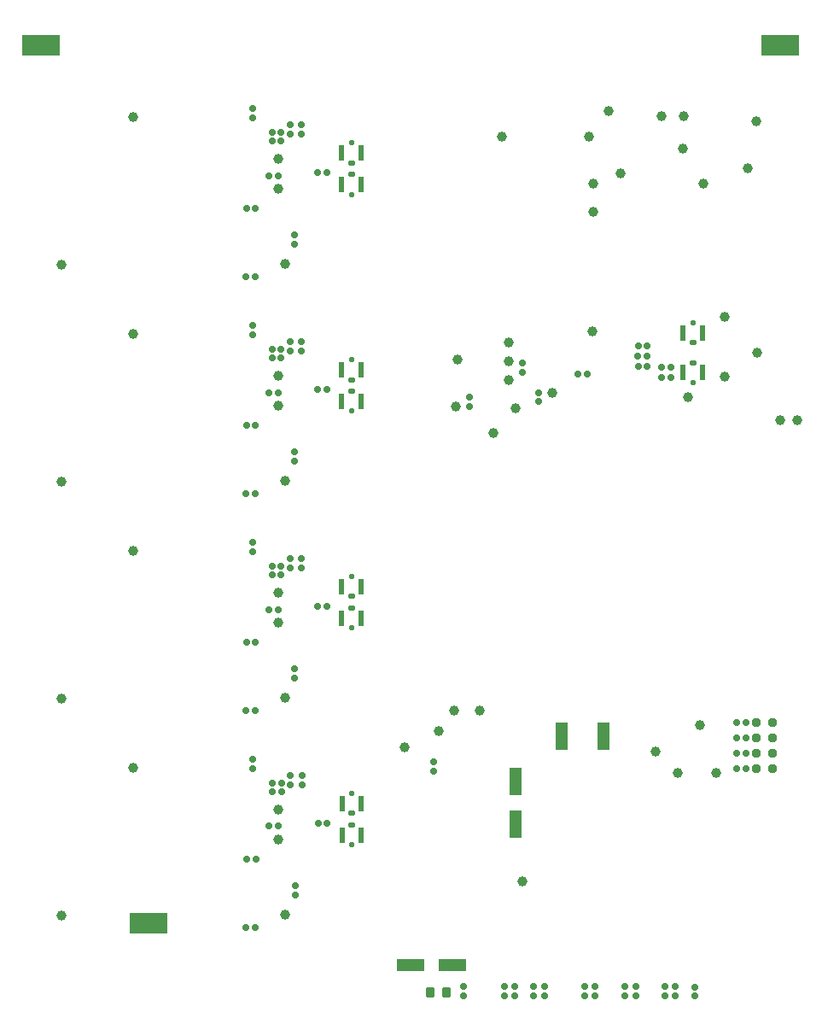
<source format=gbp>
G04*
G04 #@! TF.GenerationSoftware,Altium Limited,Altium Designer,21.0.9 (235)*
G04*
G04 Layer_Color=128*
%FSLAX25Y25*%
%MOIN*%
G70*
G04*
G04 #@! TF.SameCoordinates,6D45A94B-17CC-4D83-881B-F394DC7C88B3*
G04*
G04*
G04 #@! TF.FilePolarity,Positive*
G04*
G01*
G75*
G04:AMPARAMS|DCode=24|XSize=23.62mil|YSize=23.62mil|CornerRadius=5.91mil|HoleSize=0mil|Usage=FLASHONLY|Rotation=180.000|XOffset=0mil|YOffset=0mil|HoleType=Round|Shape=RoundedRectangle|*
%AMROUNDEDRECTD24*
21,1,0.02362,0.01181,0,0,180.0*
21,1,0.01181,0.02362,0,0,180.0*
1,1,0.01181,-0.00591,0.00591*
1,1,0.01181,0.00591,0.00591*
1,1,0.01181,0.00591,-0.00591*
1,1,0.01181,-0.00591,-0.00591*
%
%ADD24ROUNDEDRECTD24*%
G04:AMPARAMS|DCode=25|XSize=23.62mil|YSize=23.62mil|CornerRadius=5.91mil|HoleSize=0mil|Usage=FLASHONLY|Rotation=90.000|XOffset=0mil|YOffset=0mil|HoleType=Round|Shape=RoundedRectangle|*
%AMROUNDEDRECTD25*
21,1,0.02362,0.01181,0,0,90.0*
21,1,0.01181,0.02362,0,0,90.0*
1,1,0.01181,0.00591,0.00591*
1,1,0.01181,0.00591,-0.00591*
1,1,0.01181,-0.00591,-0.00591*
1,1,0.01181,-0.00591,0.00591*
%
%ADD25ROUNDEDRECTD25*%
G04:AMPARAMS|DCode=26|XSize=25.2mil|YSize=25.2mil|CornerRadius=6.3mil|HoleSize=0mil|Usage=FLASHONLY|Rotation=0.000|XOffset=0mil|YOffset=0mil|HoleType=Round|Shape=RoundedRectangle|*
%AMROUNDEDRECTD26*
21,1,0.02520,0.01260,0,0,0.0*
21,1,0.01260,0.02520,0,0,0.0*
1,1,0.01260,0.00630,-0.00630*
1,1,0.01260,-0.00630,-0.00630*
1,1,0.01260,-0.00630,0.00630*
1,1,0.01260,0.00630,0.00630*
%
%ADD26ROUNDEDRECTD26*%
G04:AMPARAMS|DCode=29|XSize=39.37mil|YSize=35.43mil|CornerRadius=8.86mil|HoleSize=0mil|Usage=FLASHONLY|Rotation=90.000|XOffset=0mil|YOffset=0mil|HoleType=Round|Shape=RoundedRectangle|*
%AMROUNDEDRECTD29*
21,1,0.03937,0.01772,0,0,90.0*
21,1,0.02165,0.03543,0,0,90.0*
1,1,0.01772,0.00886,0.01083*
1,1,0.01772,0.00886,-0.01083*
1,1,0.01772,-0.00886,-0.01083*
1,1,0.01772,-0.00886,0.01083*
%
%ADD29ROUNDEDRECTD29*%
G04:AMPARAMS|DCode=38|XSize=25.2mil|YSize=25.2mil|CornerRadius=6.3mil|HoleSize=0mil|Usage=FLASHONLY|Rotation=90.000|XOffset=0mil|YOffset=0mil|HoleType=Round|Shape=RoundedRectangle|*
%AMROUNDEDRECTD38*
21,1,0.02520,0.01260,0,0,90.0*
21,1,0.01260,0.02520,0,0,90.0*
1,1,0.01260,0.00630,0.00630*
1,1,0.01260,0.00630,-0.00630*
1,1,0.01260,-0.00630,-0.00630*
1,1,0.01260,-0.00630,0.00630*
%
%ADD38ROUNDEDRECTD38*%
%ADD143C,0.03937*%
G04:AMPARAMS|DCode=144|XSize=108.27mil|YSize=47.24mil|CornerRadius=2.36mil|HoleSize=0mil|Usage=FLASHONLY|Rotation=270.000|XOffset=0mil|YOffset=0mil|HoleType=Round|Shape=RoundedRectangle|*
%AMROUNDEDRECTD144*
21,1,0.10827,0.04252,0,0,270.0*
21,1,0.10354,0.04724,0,0,270.0*
1,1,0.00472,-0.02126,-0.05177*
1,1,0.00472,-0.02126,0.05177*
1,1,0.00472,0.02126,0.05177*
1,1,0.00472,0.02126,-0.05177*
%
%ADD144ROUNDEDRECTD144*%
G04:AMPARAMS|DCode=145|XSize=108.27mil|YSize=47.24mil|CornerRadius=2.36mil|HoleSize=0mil|Usage=FLASHONLY|Rotation=180.000|XOffset=0mil|YOffset=0mil|HoleType=Round|Shape=RoundedRectangle|*
%AMROUNDEDRECTD145*
21,1,0.10827,0.04252,0,0,180.0*
21,1,0.10354,0.04724,0,0,180.0*
1,1,0.00472,-0.05177,0.02126*
1,1,0.00472,0.05177,0.02126*
1,1,0.00472,0.05177,-0.02126*
1,1,0.00472,-0.05177,-0.02126*
%
%ADD145ROUNDEDRECTD145*%
G04:AMPARAMS|DCode=146|XSize=149.61mil|YSize=79.92mil|CornerRadius=4mil|HoleSize=0mil|Usage=FLASHONLY|Rotation=180.000|XOffset=0mil|YOffset=0mil|HoleType=Round|Shape=RoundedRectangle|*
%AMROUNDEDRECTD146*
21,1,0.14961,0.07193,0,0,180.0*
21,1,0.14161,0.07992,0,0,180.0*
1,1,0.00799,-0.07081,0.03597*
1,1,0.00799,0.07081,0.03597*
1,1,0.00799,0.07081,-0.03597*
1,1,0.00799,-0.07081,-0.03597*
%
%ADD146ROUNDEDRECTD146*%
G04:AMPARAMS|DCode=147|XSize=31.5mil|YSize=31.5mil|CornerRadius=7.87mil|HoleSize=0mil|Usage=FLASHONLY|Rotation=180.000|XOffset=0mil|YOffset=0mil|HoleType=Round|Shape=RoundedRectangle|*
%AMROUNDEDRECTD147*
21,1,0.03150,0.01575,0,0,180.0*
21,1,0.01575,0.03150,0,0,180.0*
1,1,0.01575,-0.00787,0.00787*
1,1,0.01575,0.00787,0.00787*
1,1,0.01575,0.00787,-0.00787*
1,1,0.01575,-0.00787,-0.00787*
%
%ADD147ROUNDEDRECTD147*%
G04:AMPARAMS|DCode=148|XSize=23.62mil|YSize=21.65mil|CornerRadius=5.41mil|HoleSize=0mil|Usage=FLASHONLY|Rotation=0.000|XOffset=0mil|YOffset=0mil|HoleType=Round|Shape=RoundedRectangle|*
%AMROUNDEDRECTD148*
21,1,0.02362,0.01083,0,0,0.0*
21,1,0.01280,0.02165,0,0,0.0*
1,1,0.01083,0.00640,-0.00541*
1,1,0.01083,-0.00640,-0.00541*
1,1,0.01083,-0.00640,0.00541*
1,1,0.01083,0.00640,0.00541*
%
%ADD148ROUNDEDRECTD148*%
G04:AMPARAMS|DCode=149|XSize=22.84mil|YSize=62.21mil|CornerRadius=5.71mil|HoleSize=0mil|Usage=FLASHONLY|Rotation=0.000|XOffset=0mil|YOffset=0mil|HoleType=Round|Shape=RoundedRectangle|*
%AMROUNDEDRECTD149*
21,1,0.02284,0.05079,0,0,0.0*
21,1,0.01142,0.06221,0,0,0.0*
1,1,0.01142,0.00571,-0.02539*
1,1,0.01142,-0.00571,-0.02539*
1,1,0.01142,-0.00571,0.02539*
1,1,0.01142,0.00571,0.02539*
%
%ADD149ROUNDEDRECTD149*%
G04:AMPARAMS|DCode=150|XSize=19.68mil|YSize=19.68mil|CornerRadius=4.92mil|HoleSize=0mil|Usage=FLASHONLY|Rotation=0.000|XOffset=0mil|YOffset=0mil|HoleType=Round|Shape=RoundedRectangle|*
%AMROUNDEDRECTD150*
21,1,0.01968,0.00984,0,0,0.0*
21,1,0.00984,0.01968,0,0,0.0*
1,1,0.00984,0.00492,-0.00492*
1,1,0.00984,-0.00492,-0.00492*
1,1,0.00984,-0.00492,0.00492*
1,1,0.00984,0.00492,0.00492*
%
%ADD150ROUNDEDRECTD150*%
D24*
X248425Y270866D02*
D03*
X248425Y267323D02*
D03*
X221260Y268898D02*
D03*
X221260Y265354D02*
D03*
X241929Y282283D02*
D03*
X241929Y278740D02*
D03*
X309252Y35236D02*
D03*
Y38780D02*
D03*
X207480Y123031D02*
D03*
Y126575D02*
D03*
X219094Y38976D02*
D03*
Y35433D02*
D03*
D25*
X329288Y136035D02*
D03*
X325745D02*
D03*
X329288Y130129D02*
D03*
X325745D02*
D03*
X329288Y124223D02*
D03*
X325745D02*
D03*
X329288Y141940D02*
D03*
X325745D02*
D03*
X147736Y199611D02*
D03*
X144193D02*
D03*
X147736Y203154D02*
D03*
X144193D02*
D03*
X143012Y186225D02*
D03*
X146555D02*
D03*
X147736Y368898D02*
D03*
X144193D02*
D03*
X147736Y372441D02*
D03*
X144193D02*
D03*
X143012Y355512D02*
D03*
X146555D02*
D03*
X144291Y114961D02*
D03*
X147835D02*
D03*
X146653Y101575D02*
D03*
X143110D02*
D03*
X146555Y270866D02*
D03*
X143012D02*
D03*
X144291Y118504D02*
D03*
X147835D02*
D03*
X144193Y287795D02*
D03*
X147736D02*
D03*
X144193Y284252D02*
D03*
X147736D02*
D03*
D26*
X155807Y202524D02*
D03*
Y206146D02*
D03*
X151280Y202524D02*
D03*
Y206146D02*
D03*
X153101Y159493D02*
D03*
Y163115D02*
D03*
X136516Y212446D02*
D03*
Y208823D02*
D03*
X155807Y371811D02*
D03*
Y375433D02*
D03*
X151280Y371811D02*
D03*
Y375433D02*
D03*
X153101Y332402D02*
D03*
Y328780D02*
D03*
X136516Y381732D02*
D03*
Y378110D02*
D03*
X136614Y124173D02*
D03*
Y127795D02*
D03*
X155905Y117874D02*
D03*
Y121496D02*
D03*
X151378Y117874D02*
D03*
Y121496D02*
D03*
X234842Y35394D02*
D03*
Y39016D02*
D03*
X238976Y35394D02*
D03*
Y39016D02*
D03*
X250787Y35394D02*
D03*
Y39016D02*
D03*
X246457Y35394D02*
D03*
Y39016D02*
D03*
X297638Y35394D02*
D03*
X297638Y39016D02*
D03*
X282087Y35394D02*
D03*
Y39016D02*
D03*
X266339Y35394D02*
D03*
Y39016D02*
D03*
X301772Y35394D02*
D03*
X301772Y39016D02*
D03*
X286221Y35394D02*
D03*
Y39016D02*
D03*
X270472Y35394D02*
D03*
Y39016D02*
D03*
X153101Y244134D02*
D03*
Y247756D02*
D03*
X155807Y290787D02*
D03*
Y287165D02*
D03*
X136516Y293465D02*
D03*
Y297087D02*
D03*
X151280Y290787D02*
D03*
Y287165D02*
D03*
X153200Y78465D02*
D03*
Y74843D02*
D03*
D29*
X212402Y36614D02*
D03*
X206102D02*
D03*
D38*
X287165Y289173D02*
D03*
X290787Y289173D02*
D03*
X287139Y285082D02*
D03*
X290761D02*
D03*
X287194Y281102D02*
D03*
X290816D02*
D03*
X300068Y280709D02*
D03*
X296446D02*
D03*
X300068Y276772D02*
D03*
X296446D02*
D03*
X267390Y277953D02*
D03*
X263769D02*
D03*
X165689Y187406D02*
D03*
X162067D02*
D03*
X133967Y146776D02*
D03*
X137589D02*
D03*
X134164Y173351D02*
D03*
X137786D02*
D03*
X165689Y356693D02*
D03*
X162067D02*
D03*
X133967Y316063D02*
D03*
X137589D02*
D03*
X134164Y342638D02*
D03*
X137786D02*
D03*
X165787Y102756D02*
D03*
X162165D02*
D03*
X162067Y272047D02*
D03*
X165689D02*
D03*
X137786Y257992D02*
D03*
X134164D02*
D03*
X137589Y231417D02*
D03*
X133967D02*
D03*
X137884Y88701D02*
D03*
X134262D02*
D03*
X137688Y62126D02*
D03*
X134066D02*
D03*
D143*
X239370Y264567D02*
D03*
X230512Y255118D02*
D03*
X216142Y265354D02*
D03*
X216535Y283858D02*
D03*
X236614Y290354D02*
D03*
X236636Y282931D02*
D03*
X236706Y275686D02*
D03*
X253543Y270866D02*
D03*
X234055Y370866D02*
D03*
X275787Y380709D02*
D03*
X267913Y370866D02*
D03*
X269688Y341555D02*
D03*
Y352381D02*
D03*
X280315Y356496D02*
D03*
X296457Y378740D02*
D03*
X304921D02*
D03*
X304724Y365945D02*
D03*
X312598Y352559D02*
D03*
X329921Y358268D02*
D03*
X269291Y294685D02*
D03*
X306693Y269094D02*
D03*
X321098Y300555D02*
D03*
X321063Y277165D02*
D03*
X333661Y286417D02*
D03*
X146555Y362008D02*
D03*
Y350394D02*
D03*
X149164Y320985D02*
D03*
X146555Y277362D02*
D03*
Y265748D02*
D03*
X149164Y236339D02*
D03*
X146555Y192721D02*
D03*
Y181107D02*
D03*
X149164Y151698D02*
D03*
X146653Y108071D02*
D03*
Y96457D02*
D03*
X89912Y378465D02*
D03*
X61959Y320591D02*
D03*
X89912Y293819D02*
D03*
X61959Y235945D02*
D03*
X89912Y209178D02*
D03*
X61959Y151304D02*
D03*
X90010Y124528D02*
D03*
X62058Y66654D02*
D03*
X149262Y67048D02*
D03*
X195866Y132283D02*
D03*
X209449Y138779D02*
D03*
X215354Y146653D02*
D03*
X225197D02*
D03*
X294094Y130709D02*
D03*
X302756Y122441D02*
D03*
X311221Y140945D02*
D03*
X317717Y122244D02*
D03*
X241929Y80118D02*
D03*
X333268Y376575D02*
D03*
X342520Y260039D02*
D03*
X349410D02*
D03*
D144*
X257283Y136811D02*
D03*
X273819D02*
D03*
X239370Y119095D02*
D03*
Y102362D02*
D03*
D145*
X214764Y47441D02*
D03*
X198425D02*
D03*
D146*
X96063Y63779D02*
D03*
X53937Y406299D02*
D03*
X342520D02*
D03*
D147*
X333323Y141940D02*
D03*
X339820D02*
D03*
X333323Y130129D02*
D03*
X339820D02*
D03*
X333323Y124223D02*
D03*
X339820D02*
D03*
X333323Y136035D02*
D03*
X339820D02*
D03*
D148*
X308536Y282480D02*
D03*
Y290354D02*
D03*
X175295Y102067D02*
D03*
X175197Y191245D02*
D03*
Y186717D02*
D03*
Y275886D02*
D03*
Y271358D02*
D03*
Y360531D02*
D03*
Y356004D02*
D03*
X175295Y106595D02*
D03*
D149*
X312315Y278642D02*
D03*
X304756Y278642D02*
D03*
X312315Y294193D02*
D03*
X304756D02*
D03*
X171516Y98228D02*
D03*
X179075D02*
D03*
X171417Y195083D02*
D03*
X178976D02*
D03*
Y182879D02*
D03*
X171417D02*
D03*
X178976Y279724D02*
D03*
X171417D02*
D03*
Y267520D02*
D03*
X178976D02*
D03*
X171417Y364370D02*
D03*
X178976D02*
D03*
X171417Y352165D02*
D03*
X178976D02*
D03*
X171516Y110433D02*
D03*
X179075D02*
D03*
D150*
X308536Y274705D02*
D03*
Y298130D02*
D03*
X175295Y94291D02*
D03*
X175197Y199020D02*
D03*
Y178942D02*
D03*
Y283661D02*
D03*
Y263583D02*
D03*
Y368307D02*
D03*
Y348228D02*
D03*
X175295Y114370D02*
D03*
M02*

</source>
